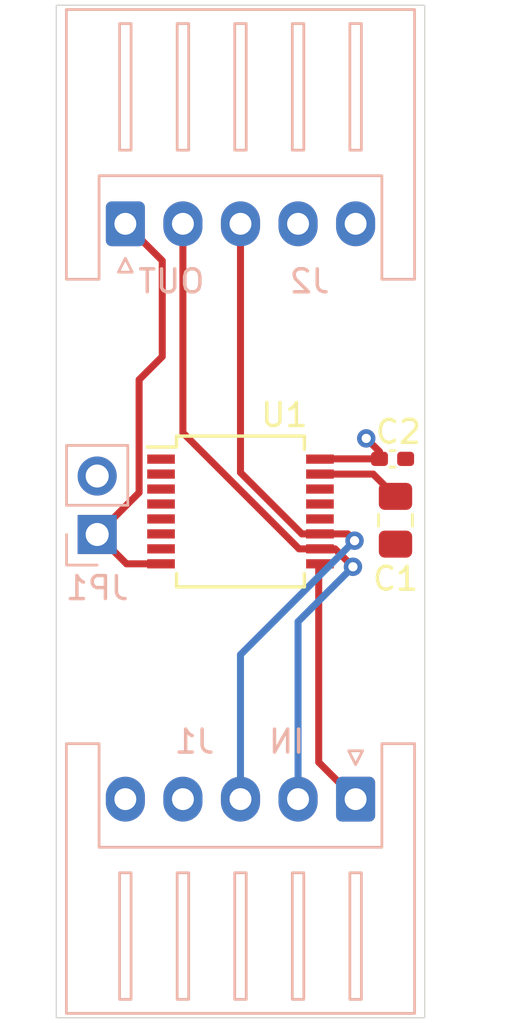
<source format=kicad_pcb>
(kicad_pcb (version 20171130) (host pcbnew "(5.1.9)-1")

  (general
    (thickness 1.6)
    (drawings 4)
    (tracks 33)
    (zones 0)
    (modules 10)
    (nets 17)
  )

  (page A4)
  (layers
    (0 F.Cu signal)
    (31 B.Cu signal)
    (32 B.Adhes user)
    (33 F.Adhes user)
    (34 B.Paste user)
    (35 F.Paste user)
    (36 B.SilkS user)
    (37 F.SilkS user)
    (38 B.Mask user)
    (39 F.Mask user)
    (40 Dwgs.User user)
    (41 Cmts.User user)
    (42 Eco1.User user)
    (43 Eco2.User user)
    (44 Edge.Cuts user)
    (45 Margin user)
    (46 B.CrtYd user)
    (47 F.CrtYd user)
    (48 B.Fab user)
    (49 F.Fab user)
  )

  (setup
    (last_trace_width 0.3048)
    (user_trace_width 0.3048)
    (user_trace_width 0.6096)
    (user_trace_width 0.9144)
    (user_trace_width 1.2192)
    (trace_clearance 0.2)
    (zone_clearance 0.508)
    (zone_45_only no)
    (trace_min 0.2)
    (via_size 0.8)
    (via_drill 0.4)
    (via_min_size 0.4)
    (via_min_drill 0.3)
    (uvia_size 0.3)
    (uvia_drill 0.1)
    (uvias_allowed no)
    (uvia_min_size 0.2)
    (uvia_min_drill 0.1)
    (edge_width 0.05)
    (segment_width 0.2)
    (pcb_text_width 0.3)
    (pcb_text_size 1.5 1.5)
    (mod_edge_width 0.12)
    (mod_text_size 1 1)
    (mod_text_width 0.15)
    (pad_size 1.524 1.524)
    (pad_drill 0.762)
    (pad_to_mask_clearance 0)
    (aux_axis_origin 0 0)
    (grid_origin 172.847 98.298)
    (visible_elements FFFFFF7F)
    (pcbplotparams
      (layerselection 0x010fc_ffffffff)
      (usegerberextensions false)
      (usegerberattributes true)
      (usegerberadvancedattributes true)
      (creategerberjobfile true)
      (excludeedgelayer true)
      (linewidth 0.100000)
      (plotframeref false)
      (viasonmask false)
      (mode 1)
      (useauxorigin false)
      (hpglpennumber 1)
      (hpglpenspeed 20)
      (hpglpendiameter 15.000000)
      (psnegative false)
      (psa4output false)
      (plotreference true)
      (plotvalue true)
      (plotinvisibletext false)
      (padsonsilk false)
      (subtractmaskfromsilk false)
      (outputformat 1)
      (mirror false)
      (drillshape 1)
      (scaleselection 1)
      (outputdirectory ""))
  )

  (net 0 "")
  (net 1 "Net-(C1-Pad2)")
  (net 2 GND)
  (net 3 +5V)
  (net 4 /CSn)
  (net 5 /CLK)
  (net 6 /DO)
  (net 7 /PDIO)
  (net 8 "Net-(U1-Pad14)")
  (net 9 "Net-(U1-Pad13)")
  (net 10 "Net-(U1-Pad5)")
  (net 11 "Net-(U1-Pad12)")
  (net 12 "Net-(U1-Pad6)")
  (net 13 "Net-(U1-Pad4)")
  (net 14 "Net-(U1-Pad3)")
  (net 15 "Net-(U1-Pad2)")
  (net 16 "Net-(U1-Pad1)")

  (net_class Default "This is the default net class."
    (clearance 0.2)
    (trace_width 0.25)
    (via_dia 0.8)
    (via_drill 0.4)
    (uvia_dia 0.3)
    (uvia_drill 0.1)
    (add_net +5V)
    (add_net /CLK)
    (add_net /CSn)
    (add_net /DO)
    (add_net /PDIO)
    (add_net GND)
    (add_net "Net-(C1-Pad2)")
    (add_net "Net-(U1-Pad1)")
    (add_net "Net-(U1-Pad12)")
    (add_net "Net-(U1-Pad13)")
    (add_net "Net-(U1-Pad14)")
    (add_net "Net-(U1-Pad2)")
    (add_net "Net-(U1-Pad3)")
    (add_net "Net-(U1-Pad4)")
    (add_net "Net-(U1-Pad5)")
    (add_net "Net-(U1-Pad6)")
  )

  (module Capacitor_SMD:C_0402_1005Metric_Pad0.74x0.62mm_HandSolder (layer F.Cu) (tedit 5F6BB22C) (tstamp 6168ED3B)
    (at 179.451 96.012 180)
    (descr "Capacitor SMD 0402 (1005 Metric), square (rectangular) end terminal, IPC_7351 nominal with elongated pad for handsoldering. (Body size source: IPC-SM-782 page 76, https://www.pcb-3d.com/wordpress/wp-content/uploads/ipc-sm-782a_amendment_1_and_2.pdf), generated with kicad-footprint-generator")
    (tags "capacitor handsolder")
    (path /6168CA71)
    (attr smd)
    (fp_text reference C2 (at -0.254 1.175) (layer F.SilkS)
      (effects (font (size 1 1) (thickness 0.15)))
    )
    (fp_text value 100nF (at -3.429 0) (layer F.Fab)
      (effects (font (size 1 1) (thickness 0.15)))
    )
    (fp_text user %R (at 0 0) (layer F.Fab)
      (effects (font (size 0.25 0.25) (thickness 0.04)))
    )
    (fp_line (start -0.5 0.25) (end -0.5 -0.25) (layer F.Fab) (width 0.1))
    (fp_line (start -0.5 -0.25) (end 0.5 -0.25) (layer F.Fab) (width 0.1))
    (fp_line (start 0.5 -0.25) (end 0.5 0.25) (layer F.Fab) (width 0.1))
    (fp_line (start 0.5 0.25) (end -0.5 0.25) (layer F.Fab) (width 0.1))
    (fp_line (start -0.115835 -0.36) (end 0.115835 -0.36) (layer F.SilkS) (width 0.12))
    (fp_line (start -0.115835 0.36) (end 0.115835 0.36) (layer F.SilkS) (width 0.12))
    (fp_line (start -1.08 0.46) (end -1.08 -0.46) (layer F.CrtYd) (width 0.05))
    (fp_line (start -1.08 -0.46) (end 1.08 -0.46) (layer F.CrtYd) (width 0.05))
    (fp_line (start 1.08 -0.46) (end 1.08 0.46) (layer F.CrtYd) (width 0.05))
    (fp_line (start 1.08 0.46) (end -1.08 0.46) (layer F.CrtYd) (width 0.05))
    (pad 2 smd roundrect (at 0.5675 0 180) (size 0.735 0.62) (layers F.Cu F.Paste F.Mask) (roundrect_rratio 0.25)
      (net 3 +5V))
    (pad 1 smd roundrect (at -0.5675 0 180) (size 0.735 0.62) (layers F.Cu F.Paste F.Mask) (roundrect_rratio 0.25)
      (net 2 GND))
    (model ${KISYS3DMOD}/Capacitor_SMD.3dshapes/C_0402_1005Metric.wrl
      (at (xyz 0 0 0))
      (scale (xyz 1 1 1))
      (rotate (xyz 0 0 0))
    )
  )

  (module Connector_JST:JST_XH_S5B-XH-A_1x05_P2.50mm_Horizontal (layer B.Cu) (tedit 5C281475) (tstamp 6168EDBB)
    (at 167.847 85.798)
    (descr "JST XH series connector, S5B-XH-A (http://www.jst-mfg.com/product/pdf/eng/eXH.pdf), generated with kicad-footprint-generator")
    (tags "connector JST XH horizontal")
    (path /616B63C6)
    (fp_text reference J2 (at 8 2.5) (layer B.SilkS)
      (effects (font (size 1 1) (thickness 0.15)) (justify mirror))
    )
    (fp_text value OUT (at 2 2.5) (layer B.SilkS)
      (effects (font (size 1 1) (thickness 0.15)) (justify mirror))
    )
    (fp_text user %R (at 5 -3.45) (layer B.Fab)
      (effects (font (size 1 1) (thickness 0.15)) (justify mirror))
    )
    (fp_line (start -2.95 2.8) (end -2.95 -9.7) (layer B.CrtYd) (width 0.05))
    (fp_line (start -2.95 -9.7) (end 12.95 -9.7) (layer B.CrtYd) (width 0.05))
    (fp_line (start 12.95 -9.7) (end 12.95 2.8) (layer B.CrtYd) (width 0.05))
    (fp_line (start 12.95 2.8) (end -2.95 2.8) (layer B.CrtYd) (width 0.05))
    (fp_line (start 5 -9.31) (end -2.56 -9.31) (layer B.SilkS) (width 0.12))
    (fp_line (start -2.56 -9.31) (end -2.56 2.41) (layer B.SilkS) (width 0.12))
    (fp_line (start -2.56 2.41) (end -1.14 2.41) (layer B.SilkS) (width 0.12))
    (fp_line (start -1.14 2.41) (end -1.14 -2.09) (layer B.SilkS) (width 0.12))
    (fp_line (start -1.14 -2.09) (end 5 -2.09) (layer B.SilkS) (width 0.12))
    (fp_line (start 5 -9.31) (end 12.56 -9.31) (layer B.SilkS) (width 0.12))
    (fp_line (start 12.56 -9.31) (end 12.56 2.41) (layer B.SilkS) (width 0.12))
    (fp_line (start 12.56 2.41) (end 11.14 2.41) (layer B.SilkS) (width 0.12))
    (fp_line (start 11.14 2.41) (end 11.14 -2.09) (layer B.SilkS) (width 0.12))
    (fp_line (start 11.14 -2.09) (end 5 -2.09) (layer B.SilkS) (width 0.12))
    (fp_line (start 5 -9.2) (end -2.45 -9.2) (layer B.Fab) (width 0.1))
    (fp_line (start -2.45 -9.2) (end -2.45 2.3) (layer B.Fab) (width 0.1))
    (fp_line (start -2.45 2.3) (end -1.25 2.3) (layer B.Fab) (width 0.1))
    (fp_line (start -1.25 2.3) (end -1.25 -2.2) (layer B.Fab) (width 0.1))
    (fp_line (start -1.25 -2.2) (end 5 -2.2) (layer B.Fab) (width 0.1))
    (fp_line (start 5 -9.2) (end 12.45 -9.2) (layer B.Fab) (width 0.1))
    (fp_line (start 12.45 -9.2) (end 12.45 2.3) (layer B.Fab) (width 0.1))
    (fp_line (start 12.45 2.3) (end 11.25 2.3) (layer B.Fab) (width 0.1))
    (fp_line (start 11.25 2.3) (end 11.25 -2.2) (layer B.Fab) (width 0.1))
    (fp_line (start 11.25 -2.2) (end 5 -2.2) (layer B.Fab) (width 0.1))
    (fp_line (start -0.25 -3.2) (end -0.25 -8.7) (layer B.SilkS) (width 0.12))
    (fp_line (start -0.25 -8.7) (end 0.25 -8.7) (layer B.SilkS) (width 0.12))
    (fp_line (start 0.25 -8.7) (end 0.25 -3.2) (layer B.SilkS) (width 0.12))
    (fp_line (start 0.25 -3.2) (end -0.25 -3.2) (layer B.SilkS) (width 0.12))
    (fp_line (start 2.25 -3.2) (end 2.25 -8.7) (layer B.SilkS) (width 0.12))
    (fp_line (start 2.25 -8.7) (end 2.75 -8.7) (layer B.SilkS) (width 0.12))
    (fp_line (start 2.75 -8.7) (end 2.75 -3.2) (layer B.SilkS) (width 0.12))
    (fp_line (start 2.75 -3.2) (end 2.25 -3.2) (layer B.SilkS) (width 0.12))
    (fp_line (start 4.75 -3.2) (end 4.75 -8.7) (layer B.SilkS) (width 0.12))
    (fp_line (start 4.75 -8.7) (end 5.25 -8.7) (layer B.SilkS) (width 0.12))
    (fp_line (start 5.25 -8.7) (end 5.25 -3.2) (layer B.SilkS) (width 0.12))
    (fp_line (start 5.25 -3.2) (end 4.75 -3.2) (layer B.SilkS) (width 0.12))
    (fp_line (start 7.25 -3.2) (end 7.25 -8.7) (layer B.SilkS) (width 0.12))
    (fp_line (start 7.25 -8.7) (end 7.75 -8.7) (layer B.SilkS) (width 0.12))
    (fp_line (start 7.75 -8.7) (end 7.75 -3.2) (layer B.SilkS) (width 0.12))
    (fp_line (start 7.75 -3.2) (end 7.25 -3.2) (layer B.SilkS) (width 0.12))
    (fp_line (start 9.75 -3.2) (end 9.75 -8.7) (layer B.SilkS) (width 0.12))
    (fp_line (start 9.75 -8.7) (end 10.25 -8.7) (layer B.SilkS) (width 0.12))
    (fp_line (start 10.25 -8.7) (end 10.25 -3.2) (layer B.SilkS) (width 0.12))
    (fp_line (start 10.25 -3.2) (end 9.75 -3.2) (layer B.SilkS) (width 0.12))
    (fp_line (start 0 1.5) (end -0.3 2.1) (layer B.SilkS) (width 0.12))
    (fp_line (start -0.3 2.1) (end 0.3 2.1) (layer B.SilkS) (width 0.12))
    (fp_line (start 0.3 2.1) (end 0 1.5) (layer B.SilkS) (width 0.12))
    (fp_line (start -0.625 -2.2) (end 0 -1.2) (layer B.Fab) (width 0.1))
    (fp_line (start 0 -1.2) (end 0.625 -2.2) (layer B.Fab) (width 0.1))
    (pad 5 thru_hole oval (at 10 0) (size 1.7 1.95) (drill 0.95) (layers *.Cu *.Mask)
      (net 2 GND))
    (pad 4 thru_hole oval (at 7.5 0) (size 1.7 1.95) (drill 0.95) (layers *.Cu *.Mask)
      (net 3 +5V))
    (pad 3 thru_hole oval (at 5 0) (size 1.7 1.95) (drill 0.95) (layers *.Cu *.Mask)
      (net 4 /CSn))
    (pad 2 thru_hole oval (at 2.5 0) (size 1.7 1.95) (drill 0.95) (layers *.Cu *.Mask)
      (net 5 /CLK))
    (pad 1 thru_hole roundrect (at 0 0) (size 1.7 1.95) (drill 0.95) (layers *.Cu *.Mask) (roundrect_rratio 0.147059)
      (net 7 /PDIO))
    (model ${KISYS3DMOD}/Connector_JST.3dshapes/JST_XH_S5B-XH-A_1x05_P2.50mm_Horizontal.wrl
      (at (xyz 0 0 0))
      (scale (xyz 1 1 1))
      (rotate (xyz 0 0 0))
    )
  )

  (module Connector_JST:JST_XH_S5B-XH-A_1x05_P2.50mm_Horizontal (layer B.Cu) (tedit 5C281475) (tstamp 6168ED8B)
    (at 177.847 110.798 180)
    (descr "JST XH series connector, S5B-XH-A (http://www.jst-mfg.com/product/pdf/eng/eXH.pdf), generated with kicad-footprint-generator")
    (tags "connector JST XH horizontal")
    (path /6169F6D6)
    (fp_text reference J1 (at 7 2.5) (layer B.SilkS)
      (effects (font (size 1 1) (thickness 0.15)) (justify mirror))
    )
    (fp_text value IN (at 3 2.5) (layer B.SilkS)
      (effects (font (size 1 1) (thickness 0.15)) (justify mirror))
    )
    (fp_text user %R (at 5 -3.45) (layer B.Fab)
      (effects (font (size 1 1) (thickness 0.15)) (justify mirror))
    )
    (fp_line (start -2.95 2.8) (end -2.95 -9.7) (layer B.CrtYd) (width 0.05))
    (fp_line (start -2.95 -9.7) (end 12.95 -9.7) (layer B.CrtYd) (width 0.05))
    (fp_line (start 12.95 -9.7) (end 12.95 2.8) (layer B.CrtYd) (width 0.05))
    (fp_line (start 12.95 2.8) (end -2.95 2.8) (layer B.CrtYd) (width 0.05))
    (fp_line (start 5 -9.31) (end -2.56 -9.31) (layer B.SilkS) (width 0.12))
    (fp_line (start -2.56 -9.31) (end -2.56 2.41) (layer B.SilkS) (width 0.12))
    (fp_line (start -2.56 2.41) (end -1.14 2.41) (layer B.SilkS) (width 0.12))
    (fp_line (start -1.14 2.41) (end -1.14 -2.09) (layer B.SilkS) (width 0.12))
    (fp_line (start -1.14 -2.09) (end 5 -2.09) (layer B.SilkS) (width 0.12))
    (fp_line (start 5 -9.31) (end 12.56 -9.31) (layer B.SilkS) (width 0.12))
    (fp_line (start 12.56 -9.31) (end 12.56 2.41) (layer B.SilkS) (width 0.12))
    (fp_line (start 12.56 2.41) (end 11.14 2.41) (layer B.SilkS) (width 0.12))
    (fp_line (start 11.14 2.41) (end 11.14 -2.09) (layer B.SilkS) (width 0.12))
    (fp_line (start 11.14 -2.09) (end 5 -2.09) (layer B.SilkS) (width 0.12))
    (fp_line (start 5 -9.2) (end -2.45 -9.2) (layer B.Fab) (width 0.1))
    (fp_line (start -2.45 -9.2) (end -2.45 2.3) (layer B.Fab) (width 0.1))
    (fp_line (start -2.45 2.3) (end -1.25 2.3) (layer B.Fab) (width 0.1))
    (fp_line (start -1.25 2.3) (end -1.25 -2.2) (layer B.Fab) (width 0.1))
    (fp_line (start -1.25 -2.2) (end 5 -2.2) (layer B.Fab) (width 0.1))
    (fp_line (start 5 -9.2) (end 12.45 -9.2) (layer B.Fab) (width 0.1))
    (fp_line (start 12.45 -9.2) (end 12.45 2.3) (layer B.Fab) (width 0.1))
    (fp_line (start 12.45 2.3) (end 11.25 2.3) (layer B.Fab) (width 0.1))
    (fp_line (start 11.25 2.3) (end 11.25 -2.2) (layer B.Fab) (width 0.1))
    (fp_line (start 11.25 -2.2) (end 5 -2.2) (layer B.Fab) (width 0.1))
    (fp_line (start -0.25 -3.2) (end -0.25 -8.7) (layer B.SilkS) (width 0.12))
    (fp_line (start -0.25 -8.7) (end 0.25 -8.7) (layer B.SilkS) (width 0.12))
    (fp_line (start 0.25 -8.7) (end 0.25 -3.2) (layer B.SilkS) (width 0.12))
    (fp_line (start 0.25 -3.2) (end -0.25 -3.2) (layer B.SilkS) (width 0.12))
    (fp_line (start 2.25 -3.2) (end 2.25 -8.7) (layer B.SilkS) (width 0.12))
    (fp_line (start 2.25 -8.7) (end 2.75 -8.7) (layer B.SilkS) (width 0.12))
    (fp_line (start 2.75 -8.7) (end 2.75 -3.2) (layer B.SilkS) (width 0.12))
    (fp_line (start 2.75 -3.2) (end 2.25 -3.2) (layer B.SilkS) (width 0.12))
    (fp_line (start 4.75 -3.2) (end 4.75 -8.7) (layer B.SilkS) (width 0.12))
    (fp_line (start 4.75 -8.7) (end 5.25 -8.7) (layer B.SilkS) (width 0.12))
    (fp_line (start 5.25 -8.7) (end 5.25 -3.2) (layer B.SilkS) (width 0.12))
    (fp_line (start 5.25 -3.2) (end 4.75 -3.2) (layer B.SilkS) (width 0.12))
    (fp_line (start 7.25 -3.2) (end 7.25 -8.7) (layer B.SilkS) (width 0.12))
    (fp_line (start 7.25 -8.7) (end 7.75 -8.7) (layer B.SilkS) (width 0.12))
    (fp_line (start 7.75 -8.7) (end 7.75 -3.2) (layer B.SilkS) (width 0.12))
    (fp_line (start 7.75 -3.2) (end 7.25 -3.2) (layer B.SilkS) (width 0.12))
    (fp_line (start 9.75 -3.2) (end 9.75 -8.7) (layer B.SilkS) (width 0.12))
    (fp_line (start 9.75 -8.7) (end 10.25 -8.7) (layer B.SilkS) (width 0.12))
    (fp_line (start 10.25 -8.7) (end 10.25 -3.2) (layer B.SilkS) (width 0.12))
    (fp_line (start 10.25 -3.2) (end 9.75 -3.2) (layer B.SilkS) (width 0.12))
    (fp_line (start 0 1.5) (end -0.3 2.1) (layer B.SilkS) (width 0.12))
    (fp_line (start -0.3 2.1) (end 0.3 2.1) (layer B.SilkS) (width 0.12))
    (fp_line (start 0.3 2.1) (end 0 1.5) (layer B.SilkS) (width 0.12))
    (fp_line (start -0.625 -2.2) (end 0 -1.2) (layer B.Fab) (width 0.1))
    (fp_line (start 0 -1.2) (end 0.625 -2.2) (layer B.Fab) (width 0.1))
    (pad 5 thru_hole oval (at 10 0 180) (size 1.7 1.95) (drill 0.95) (layers *.Cu *.Mask)
      (net 2 GND))
    (pad 4 thru_hole oval (at 7.5 0 180) (size 1.7 1.95) (drill 0.95) (layers *.Cu *.Mask)
      (net 3 +5V))
    (pad 3 thru_hole oval (at 5 0 180) (size 1.7 1.95) (drill 0.95) (layers *.Cu *.Mask)
      (net 4 /CSn))
    (pad 2 thru_hole oval (at 2.5 0 180) (size 1.7 1.95) (drill 0.95) (layers *.Cu *.Mask)
      (net 5 /CLK))
    (pad 1 thru_hole roundrect (at 0 0 180) (size 1.7 1.95) (drill 0.95) (layers *.Cu *.Mask) (roundrect_rratio 0.147059)
      (net 6 /DO))
    (model ${KISYS3DMOD}/Connector_JST.3dshapes/JST_XH_S5B-XH-A_1x05_P2.50mm_Horizontal.wrl
      (at (xyz 0 0 0))
      (scale (xyz 1 1 1))
      (rotate (xyz 0 0 0))
    )
  )

  (module Package_SO:SSOP-16_5.3x6.2mm_P0.65mm (layer F.Cu) (tedit 5A02F25C) (tstamp 6168F86F)
    (at 172.847 98.298)
    (descr "SSOP16: plastic shrink small outline package; 16 leads; body width 5.3 mm; (see NXP SSOP-TSSOP-VSO-REFLOW.pdf and sot338-1_po.pdf)")
    (tags "SSOP 0.65")
    (path /61688CAD)
    (attr smd)
    (fp_text reference U1 (at 1.905 -4.191) (layer F.SilkS)
      (effects (font (size 1 1) (thickness 0.15)))
    )
    (fp_text value AS5045B (at 0 4.2) (layer F.Fab)
      (effects (font (size 1 1) (thickness 0.15)))
    )
    (fp_text user %R (at 0 0) (layer F.Fab)
      (effects (font (size 0.8 0.8) (thickness 0.15)))
    )
    (fp_line (start -1.65 -3.1) (end 2.65 -3.1) (layer F.Fab) (width 0.15))
    (fp_line (start 2.65 -3.1) (end 2.65 3.1) (layer F.Fab) (width 0.15))
    (fp_line (start 2.65 3.1) (end -2.65 3.1) (layer F.Fab) (width 0.15))
    (fp_line (start -2.65 3.1) (end -2.65 -2.1) (layer F.Fab) (width 0.15))
    (fp_line (start -2.65 -2.1) (end -1.65 -3.1) (layer F.Fab) (width 0.15))
    (fp_line (start -4.3 -3.45) (end -4.3 3.45) (layer F.CrtYd) (width 0.05))
    (fp_line (start 4.3 -3.45) (end 4.3 3.45) (layer F.CrtYd) (width 0.05))
    (fp_line (start -4.3 -3.45) (end 4.3 -3.45) (layer F.CrtYd) (width 0.05))
    (fp_line (start -4.3 3.45) (end 4.3 3.45) (layer F.CrtYd) (width 0.05))
    (fp_line (start -2.775 -3.275) (end -2.775 -2.8) (layer F.SilkS) (width 0.15))
    (fp_line (start 2.775 -3.275) (end 2.775 -2.7) (layer F.SilkS) (width 0.15))
    (fp_line (start 2.775 3.275) (end 2.775 2.7) (layer F.SilkS) (width 0.15))
    (fp_line (start -2.775 3.275) (end -2.775 2.7) (layer F.SilkS) (width 0.15))
    (fp_line (start -2.775 -3.275) (end 2.775 -3.275) (layer F.SilkS) (width 0.15))
    (fp_line (start -2.775 3.275) (end 2.775 3.275) (layer F.SilkS) (width 0.15))
    (fp_line (start -2.775 -2.8) (end -4.05 -2.8) (layer F.SilkS) (width 0.15))
    (pad 16 smd rect (at 3.45 -2.275) (size 1.2 0.4) (layers F.Cu F.Paste F.Mask)
      (net 3 +5V))
    (pad 15 smd rect (at 3.45 -1.625) (size 1.2 0.4) (layers F.Cu F.Paste F.Mask)
      (net 1 "Net-(C1-Pad2)"))
    (pad 14 smd rect (at 3.45 -0.975) (size 1.2 0.4) (layers F.Cu F.Paste F.Mask)
      (net 8 "Net-(U1-Pad14)"))
    (pad 13 smd rect (at 3.45 -0.325) (size 1.2 0.4) (layers F.Cu F.Paste F.Mask)
      (net 9 "Net-(U1-Pad13)"))
    (pad 12 smd rect (at 3.45 0.325) (size 1.2 0.4) (layers F.Cu F.Paste F.Mask)
      (net 11 "Net-(U1-Pad12)"))
    (pad 11 smd rect (at 3.45 0.975) (size 1.2 0.4) (layers F.Cu F.Paste F.Mask)
      (net 4 /CSn))
    (pad 10 smd rect (at 3.45 1.625) (size 1.2 0.4) (layers F.Cu F.Paste F.Mask)
      (net 5 /CLK))
    (pad 9 smd rect (at 3.45 2.275) (size 1.2 0.4) (layers F.Cu F.Paste F.Mask)
      (net 6 /DO))
    (pad 8 smd rect (at -3.45 2.275) (size 1.2 0.4) (layers F.Cu F.Paste F.Mask)
      (net 7 /PDIO))
    (pad 7 smd rect (at -3.45 1.625) (size 1.2 0.4) (layers F.Cu F.Paste F.Mask)
      (net 2 GND))
    (pad 6 smd rect (at -3.45 0.975) (size 1.2 0.4) (layers F.Cu F.Paste F.Mask)
      (net 12 "Net-(U1-Pad6)"))
    (pad 5 smd rect (at -3.45 0.325) (size 1.2 0.4) (layers F.Cu F.Paste F.Mask)
      (net 10 "Net-(U1-Pad5)"))
    (pad 4 smd rect (at -3.45 -0.325) (size 1.2 0.4) (layers F.Cu F.Paste F.Mask)
      (net 13 "Net-(U1-Pad4)"))
    (pad 3 smd rect (at -3.45 -0.975) (size 1.2 0.4) (layers F.Cu F.Paste F.Mask)
      (net 14 "Net-(U1-Pad3)"))
    (pad 2 smd rect (at -3.45 -1.625) (size 1.2 0.4) (layers F.Cu F.Paste F.Mask)
      (net 15 "Net-(U1-Pad2)"))
    (pad 1 smd rect (at -3.45 -2.275) (size 1.2 0.4) (layers F.Cu F.Paste F.Mask)
      (net 16 "Net-(U1-Pad1)"))
    (model ${KISYS3DMOD}/Package_SO.3dshapes/SSOP-16_5.3x6.2mm_P0.65mm.wrl
      (at (xyz 0 0 0))
      (scale (xyz 1 1 1))
      (rotate (xyz 0 0 0))
    )
  )

  (module Connector_PinHeader_2.54mm:PinHeader_1x02_P2.54mm_Vertical (layer B.Cu) (tedit 59FED5CC) (tstamp 6168EDD1)
    (at 166.624 99.298)
    (descr "Through hole straight pin header, 1x02, 2.54mm pitch, single row")
    (tags "Through hole pin header THT 1x02 2.54mm single row")
    (path /616A3407)
    (fp_text reference JP1 (at 0 2.33) (layer B.SilkS)
      (effects (font (size 1 1) (thickness 0.15)) (justify mirror))
    )
    (fp_text value LAST/ONLY (at 0 -4.87) (layer B.Fab)
      (effects (font (size 1 1) (thickness 0.15)) (justify mirror))
    )
    (fp_text user %R (at 0 -1.016 -90) (layer B.Fab)
      (effects (font (size 1 1) (thickness 0.15)) (justify mirror))
    )
    (fp_line (start -0.635 1.27) (end 1.27 1.27) (layer B.Fab) (width 0.1))
    (fp_line (start 1.27 1.27) (end 1.27 -3.81) (layer B.Fab) (width 0.1))
    (fp_line (start 1.27 -3.81) (end -1.27 -3.81) (layer B.Fab) (width 0.1))
    (fp_line (start -1.27 -3.81) (end -1.27 0.635) (layer B.Fab) (width 0.1))
    (fp_line (start -1.27 0.635) (end -0.635 1.27) (layer B.Fab) (width 0.1))
    (fp_line (start -1.33 -3.87) (end 1.33 -3.87) (layer B.SilkS) (width 0.12))
    (fp_line (start -1.33 -1.27) (end -1.33 -3.87) (layer B.SilkS) (width 0.12))
    (fp_line (start 1.33 -1.27) (end 1.33 -3.87) (layer B.SilkS) (width 0.12))
    (fp_line (start -1.33 -1.27) (end 1.33 -1.27) (layer B.SilkS) (width 0.12))
    (fp_line (start -1.33 0) (end -1.33 1.33) (layer B.SilkS) (width 0.12))
    (fp_line (start -1.33 1.33) (end 0 1.33) (layer B.SilkS) (width 0.12))
    (fp_line (start -1.8 1.8) (end -1.8 -4.35) (layer B.CrtYd) (width 0.05))
    (fp_line (start -1.8 -4.35) (end 1.8 -4.35) (layer B.CrtYd) (width 0.05))
    (fp_line (start 1.8 -4.35) (end 1.8 1.8) (layer B.CrtYd) (width 0.05))
    (fp_line (start 1.8 1.8) (end -1.8 1.8) (layer B.CrtYd) (width 0.05))
    (pad 2 thru_hole oval (at 0 -2.54) (size 1.7 1.7) (drill 1) (layers *.Cu *.Mask)
      (net 2 GND))
    (pad 1 thru_hole rect (at 0 0) (size 1.7 1.7) (drill 1) (layers *.Cu *.Mask)
      (net 7 /PDIO))
    (model ${KISYS3DMOD}/Connector_PinHeader_2.54mm.3dshapes/PinHeader_1x02_P2.54mm_Vertical.wrl
      (at (xyz 0 0 0))
      (scale (xyz 1 1 1))
      (rotate (xyz 0 0 0))
    )
  )

  (module MountingHole:MountingHole_2.5mm (layer F.Cu) (tedit 56D1B4CB) (tstamp 6168ED5B)
    (at 177.847 105.798)
    (descr "Mounting Hole 2.5mm, no annular")
    (tags "mounting hole 2.5mm no annular")
    (path /616B2B5A)
    (attr virtual)
    (fp_text reference H4 (at 0 -3.5) (layer F.SilkS) hide
      (effects (font (size 1 1) (thickness 0.15)))
    )
    (fp_text value MountingHole (at 0 3.5) (layer F.Fab)
      (effects (font (size 1 1) (thickness 0.15)))
    )
    (fp_text user %R (at 0.3 0) (layer F.Fab)
      (effects (font (size 1 1) (thickness 0.15)))
    )
    (fp_circle (center 0 0) (end 2.5 0) (layer Cmts.User) (width 0.15))
    (fp_circle (center 0 0) (end 2.75 0) (layer F.CrtYd) (width 0.05))
    (pad 1 np_thru_hole circle (at 0 0) (size 2.5 2.5) (drill 2.5) (layers *.Cu *.Mask))
  )

  (module MountingHole:MountingHole_2.5mm (layer F.Cu) (tedit 56D1B4CB) (tstamp 6168ED53)
    (at 167.847 105.798)
    (descr "Mounting Hole 2.5mm, no annular")
    (tags "mounting hole 2.5mm no annular")
    (path /616B2843)
    (attr virtual)
    (fp_text reference H3 (at 0 -3.5) (layer F.SilkS) hide
      (effects (font (size 1 1) (thickness 0.15)))
    )
    (fp_text value MountingHole (at 0 3.5) (layer F.Fab)
      (effects (font (size 1 1) (thickness 0.15)))
    )
    (fp_text user %R (at 0.3 0) (layer F.Fab)
      (effects (font (size 1 1) (thickness 0.15)))
    )
    (fp_circle (center 0 0) (end 2.5 0) (layer Cmts.User) (width 0.15))
    (fp_circle (center 0 0) (end 2.75 0) (layer F.CrtYd) (width 0.05))
    (pad 1 np_thru_hole circle (at 0 0) (size 2.5 2.5) (drill 2.5) (layers *.Cu *.Mask))
  )

  (module MountingHole:MountingHole_2.5mm (layer F.Cu) (tedit 56D1B4CB) (tstamp 6168ED4B)
    (at 177.847 90.798)
    (descr "Mounting Hole 2.5mm, no annular")
    (tags "mounting hole 2.5mm no annular")
    (path /616B24ED)
    (attr virtual)
    (fp_text reference H2 (at 0 -3.5) (layer F.SilkS) hide
      (effects (font (size 1 1) (thickness 0.15)))
    )
    (fp_text value MountingHole (at 0 3.5) (layer F.Fab)
      (effects (font (size 1 1) (thickness 0.15)))
    )
    (fp_text user %R (at 0.3 0) (layer F.Fab)
      (effects (font (size 1 1) (thickness 0.15)))
    )
    (fp_circle (center 0 0) (end 2.5 0) (layer Cmts.User) (width 0.15))
    (fp_circle (center 0 0) (end 2.75 0) (layer F.CrtYd) (width 0.05))
    (pad 1 np_thru_hole circle (at 0 0) (size 2.5 2.5) (drill 2.5) (layers *.Cu *.Mask))
  )

  (module MountingHole:MountingHole_2.5mm (layer F.Cu) (tedit 56D1B4CB) (tstamp 6168FD08)
    (at 167.847 90.798)
    (descr "Mounting Hole 2.5mm, no annular")
    (tags "mounting hole 2.5mm no annular")
    (path /616B19CC)
    (attr virtual)
    (fp_text reference H1 (at 0 -3.5) (layer F.SilkS) hide
      (effects (font (size 1 1) (thickness 0.15)))
    )
    (fp_text value MountingHole (at 0 3.5) (layer F.Fab)
      (effects (font (size 1 1) (thickness 0.15)))
    )
    (fp_text user %R (at 0.3 0) (layer F.Fab)
      (effects (font (size 1 1) (thickness 0.15)))
    )
    (fp_circle (center 0 0) (end 2.5 0) (layer Cmts.User) (width 0.15))
    (fp_circle (center 0 0) (end 2.75 0) (layer F.CrtYd) (width 0.05))
    (pad 1 np_thru_hole circle (at 0 0) (size 2.5 2.5) (drill 2.5) (layers *.Cu *.Mask))
  )

  (module Capacitor_SMD:C_0805_2012Metric_Pad1.18x1.45mm_HandSolder (layer F.Cu) (tedit 5F68FEEF) (tstamp 6168ED2A)
    (at 179.578 98.679 90)
    (descr "Capacitor SMD 0805 (2012 Metric), square (rectangular) end terminal, IPC_7351 nominal with elongated pad for handsoldering. (Body size source: IPC-SM-782 page 76, https://www.pcb-3d.com/wordpress/wp-content/uploads/ipc-sm-782a_amendment_1_and_2.pdf, https://docs.google.com/spreadsheets/d/1BsfQQcO9C6DZCsRaXUlFlo91Tg2WpOkGARC1WS5S8t0/edit?usp=sharing), generated with kicad-footprint-generator")
    (tags "capacitor handsolder")
    (path /6168F10C)
    (attr smd)
    (fp_text reference C1 (at -2.54 0 180) (layer F.SilkS)
      (effects (font (size 1 1) (thickness 0.15)))
    )
    (fp_text value 10uF (at -0.016 1.747 90) (layer F.Fab)
      (effects (font (size 1 1) (thickness 0.15)))
    )
    (fp_text user %R (at 0 0 90) (layer F.Fab)
      (effects (font (size 0.5 0.5) (thickness 0.08)))
    )
    (fp_line (start -1 0.625) (end -1 -0.625) (layer F.Fab) (width 0.1))
    (fp_line (start -1 -0.625) (end 1 -0.625) (layer F.Fab) (width 0.1))
    (fp_line (start 1 -0.625) (end 1 0.625) (layer F.Fab) (width 0.1))
    (fp_line (start 1 0.625) (end -1 0.625) (layer F.Fab) (width 0.1))
    (fp_line (start -0.261252 -0.735) (end 0.261252 -0.735) (layer F.SilkS) (width 0.12))
    (fp_line (start -0.261252 0.735) (end 0.261252 0.735) (layer F.SilkS) (width 0.12))
    (fp_line (start -1.88 0.98) (end -1.88 -0.98) (layer F.CrtYd) (width 0.05))
    (fp_line (start -1.88 -0.98) (end 1.88 -0.98) (layer F.CrtYd) (width 0.05))
    (fp_line (start 1.88 -0.98) (end 1.88 0.98) (layer F.CrtYd) (width 0.05))
    (fp_line (start 1.88 0.98) (end -1.88 0.98) (layer F.CrtYd) (width 0.05))
    (pad 2 smd roundrect (at 1.0375 0 90) (size 1.175 1.45) (layers F.Cu F.Paste F.Mask) (roundrect_rratio 0.212766)
      (net 1 "Net-(C1-Pad2)"))
    (pad 1 smd roundrect (at -1.0375 0 90) (size 1.175 1.45) (layers F.Cu F.Paste F.Mask) (roundrect_rratio 0.212766)
      (net 2 GND))
    (model ${KISYS3DMOD}/Capacitor_SMD.3dshapes/C_0805_2012Metric.wrl
      (at (xyz 0 0 0))
      (scale (xyz 1 1 1))
      (rotate (xyz 0 0 0))
    )
  )

  (gr_line (start 180.847 76.298) (end 164.847 76.298) (layer Edge.Cuts) (width 0.05) (tstamp 616939F4))
  (gr_line (start 180.847 120.298) (end 180.847 76.298) (layer Edge.Cuts) (width 0.05))
  (gr_line (start 164.847 120.298) (end 180.847 120.298) (layer Edge.Cuts) (width 0.05))
  (gr_line (start 164.847 76.298) (end 164.847 120.298) (layer Edge.Cuts) (width 0.05))

  (segment (start 178.6095 96.673) (end 176.297 96.673) (width 0.3048) (layer F.Cu) (net 1))
  (segment (start 179.578 97.6415) (end 178.6095 96.673) (width 0.3048) (layer F.Cu) (net 1))
  (segment (start 176.308 96.012) (end 176.297 96.023) (width 0.3048) (layer F.Cu) (net 3))
  (segment (start 178.8835 96.012) (end 176.308 96.012) (width 0.3048) (layer F.Cu) (net 3))
  (via (at 178.308 95.123) (size 0.8) (drill 0.4) (layers F.Cu B.Cu) (net 3))
  (segment (start 178.8835 95.6985) (end 178.308 95.123) (width 0.3048) (layer F.Cu) (net 3))
  (segment (start 178.8835 96.012) (end 178.8835 95.6985) (width 0.3048) (layer F.Cu) (net 3))
  (segment (start 175.512678 99.273) (end 176.297 99.273) (width 0.3048) (layer F.Cu) (net 4))
  (segment (start 172.847 96.607322) (end 175.512678 99.273) (width 0.3048) (layer F.Cu) (net 4))
  (segment (start 172.847 85.798) (end 172.847 96.607322) (width 0.3048) (layer F.Cu) (net 4))
  (segment (start 177.505 99.273) (end 177.8 99.568) (width 0.3048) (layer F.Cu) (net 4))
  (via (at 177.8 99.568) (size 0.8) (drill 0.4) (layers F.Cu B.Cu) (net 4))
  (segment (start 176.297 99.273) (end 177.505 99.273) (width 0.3048) (layer F.Cu) (net 4))
  (segment (start 172.847 104.521) (end 172.847 110.798) (width 0.3048) (layer B.Cu) (net 4))
  (segment (start 177.8 99.568) (end 172.847 104.521) (width 0.3048) (layer B.Cu) (net 4))
  (segment (start 175.3922 99.923) (end 176.297 99.923) (width 0.3048) (layer F.Cu) (net 5))
  (segment (start 170.347 94.8778) (end 175.3922 99.923) (width 0.3048) (layer F.Cu) (net 5))
  (segment (start 170.347 85.798) (end 170.347 94.8778) (width 0.3048) (layer F.Cu) (net 5))
  (segment (start 175.347 110.798) (end 175.347 103.08507) (width 0.3048) (layer B.Cu) (net 5))
  (via (at 177.73079 100.70128) (size 0.8) (drill 0.4) (layers F.Cu B.Cu) (net 5))
  (segment (start 175.347 103.08507) (end 177.73079 100.70128) (width 0.3048) (layer B.Cu) (net 5))
  (segment (start 176.297 99.923) (end 176.95251 99.923) (width 0.3048) (layer F.Cu) (net 5))
  (segment (start 176.95251 99.923) (end 177.73079 100.70128) (width 0.3048) (layer F.Cu) (net 5))
  (segment (start 176.244599 109.195599) (end 177.847 110.798) (width 0.3048) (layer F.Cu) (net 6))
  (segment (start 176.244599 100.625401) (end 176.244599 109.195599) (width 0.3048) (layer F.Cu) (net 6))
  (segment (start 176.297 100.573) (end 176.244599 100.625401) (width 0.3048) (layer F.Cu) (net 6))
  (segment (start 167.899 100.573) (end 166.624 99.298) (width 0.3048) (layer F.Cu) (net 7))
  (segment (start 169.397 100.573) (end 167.899 100.573) (width 0.3048) (layer F.Cu) (net 7))
  (segment (start 169.449401 87.400401) (end 167.847 85.798) (width 0.3048) (layer F.Cu) (net 7))
  (segment (start 169.449401 91.567153) (end 169.449401 87.400401) (width 0.3048) (layer F.Cu) (net 7))
  (segment (start 168.444599 92.571955) (end 169.449401 91.567153) (width 0.3048) (layer F.Cu) (net 7))
  (segment (start 168.444599 97.477401) (end 168.444599 92.571955) (width 0.3048) (layer F.Cu) (net 7))
  (segment (start 166.624 99.298) (end 168.444599 97.477401) (width 0.3048) (layer F.Cu) (net 7))

)

</source>
